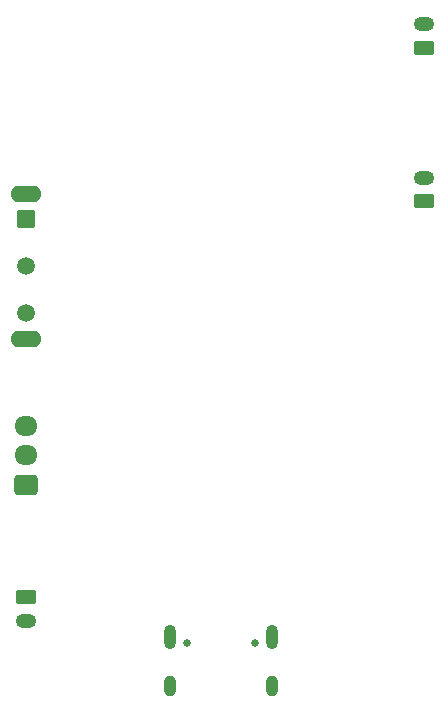
<source format=gbr>
%TF.GenerationSoftware,KiCad,Pcbnew,9.0.3*%
%TF.CreationDate,2025-11-17T09:12:33+01:00*%
%TF.ProjectId,PCB_BLE_Speaker,5043425f-424c-4455-9f53-7065616b6572,R.Casas*%
%TF.SameCoordinates,Original*%
%TF.FileFunction,Soldermask,Bot*%
%TF.FilePolarity,Negative*%
%FSLAX46Y46*%
G04 Gerber Fmt 4.6, Leading zero omitted, Abs format (unit mm)*
G04 Created by KiCad (PCBNEW 9.0.3) date 2025-11-17 09:12:33*
%MOMM*%
%LPD*%
G01*
G04 APERTURE LIST*
G04 Aperture macros list*
%AMRoundRect*
0 Rectangle with rounded corners*
0 $1 Rounding radius*
0 $2 $3 $4 $5 $6 $7 $8 $9 X,Y pos of 4 corners*
0 Add a 4 corners polygon primitive as box body*
4,1,4,$2,$3,$4,$5,$6,$7,$8,$9,$2,$3,0*
0 Add four circle primitives for the rounded corners*
1,1,$1+$1,$2,$3*
1,1,$1+$1,$4,$5*
1,1,$1+$1,$6,$7*
1,1,$1+$1,$8,$9*
0 Add four rect primitives between the rounded corners*
20,1,$1+$1,$2,$3,$4,$5,0*
20,1,$1+$1,$4,$5,$6,$7,0*
20,1,$1+$1,$6,$7,$8,$9,0*
20,1,$1+$1,$8,$9,$2,$3,0*%
G04 Aperture macros list end*
%ADD10RoundRect,0.250000X0.625000X-0.350000X0.625000X0.350000X-0.625000X0.350000X-0.625000X-0.350000X0*%
%ADD11O,1.750000X1.200000*%
%ADD12RoundRect,0.102000X-0.654000X0.654000X-0.654000X-0.654000X0.654000X-0.654000X0.654000X0.654000X0*%
%ADD13C,1.512000*%
%ADD14O,2.620000X1.412000*%
%ADD15C,0.650000*%
%ADD16O,1.000000X2.100000*%
%ADD17O,1.000000X1.800000*%
%ADD18RoundRect,0.250000X0.725000X-0.600000X0.725000X0.600000X-0.725000X0.600000X-0.725000X-0.600000X0*%
%ADD19O,1.950000X1.700000*%
%ADD20RoundRect,0.250000X-0.625000X0.350000X-0.625000X-0.350000X0.625000X-0.350000X0.625000X0.350000X0*%
G04 APERTURE END LIST*
D10*
%TO.C,J102*%
X122190000Y-43520000D03*
D11*
X122190000Y-41520000D03*
%TD*%
D12*
%TO.C,S501*%
X88500000Y-58020000D03*
D13*
X88500000Y-62020000D03*
X88500000Y-66020000D03*
D14*
X88500000Y-55870000D03*
X88500000Y-68170000D03*
%TD*%
D15*
%TO.C,J201*%
X102110000Y-93915000D03*
X107890000Y-93915000D03*
D16*
X100680000Y-93415000D03*
D17*
X100680000Y-97595000D03*
D16*
X109320000Y-93415000D03*
D17*
X109320000Y-97595000D03*
%TD*%
D18*
%TO.C,J103*%
X88500000Y-80520000D03*
D19*
X88500000Y-78020000D03*
X88500000Y-75520000D03*
%TD*%
D10*
%TO.C,J101*%
X122190000Y-56520000D03*
D11*
X122190000Y-54520000D03*
%TD*%
D20*
%TO.C,J104*%
X88500000Y-90020000D03*
D11*
X88500000Y-92020000D03*
%TD*%
M02*

</source>
